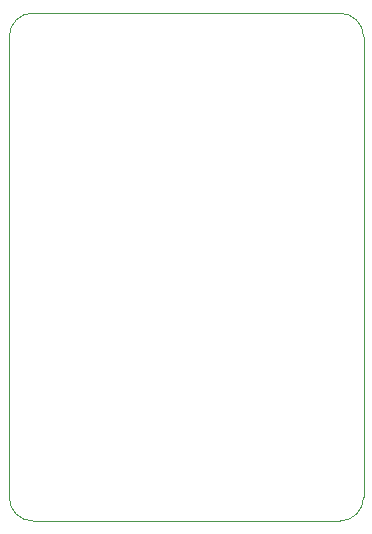
<source format=gbr>
%TF.GenerationSoftware,KiCad,Pcbnew,9.0.5*%
%TF.CreationDate,2025-12-02T20:32:22-06:00*%
%TF.ProjectId,lorapuck,6c6f7261-7075-4636-9b2e-6b696361645f,rev?*%
%TF.SameCoordinates,Original*%
%TF.FileFunction,Profile,NP*%
%FSLAX46Y46*%
G04 Gerber Fmt 4.6, Leading zero omitted, Abs format (unit mm)*
G04 Created by KiCad (PCBNEW 9.0.5) date 2025-12-02 20:32:22*
%MOMM*%
%LPD*%
G01*
G04 APERTURE LIST*
%TA.AperFunction,Profile*%
%ADD10C,0.050000*%
%TD*%
G04 APERTURE END LIST*
D10*
X78000000Y-121000000D02*
X78000000Y-82000000D01*
X108000000Y-121000000D02*
G75*
G02*
X106000000Y-123000000I-2000000J0D01*
G01*
X108000000Y-82000000D02*
X108000000Y-121000000D01*
X80000000Y-123000000D02*
G75*
G02*
X78000000Y-121000000I0J2000000D01*
G01*
X106000000Y-80000000D02*
G75*
G02*
X108000000Y-82000000I0J-2000000D01*
G01*
X106000000Y-123000000D02*
X80000000Y-123000000D01*
X80000000Y-80000000D02*
X106000000Y-80000000D01*
X78000000Y-82000000D02*
G75*
G02*
X80000000Y-80000000I2000000J0D01*
G01*
M02*

</source>
